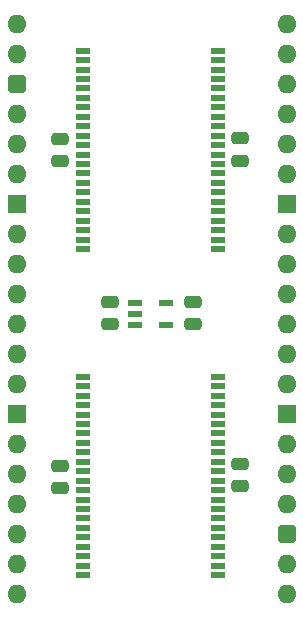
<source format=gts>
%TF.GenerationSoftware,KiCad,Pcbnew,8.0.7*%
%TF.CreationDate,2025-01-30T08:13:31+02:00*%
%TF.ProjectId,Memory 4MB,4d656d6f-7279-4203-944d-422e6b696361,V0*%
%TF.SameCoordinates,Original*%
%TF.FileFunction,Soldermask,Top*%
%TF.FilePolarity,Negative*%
%FSLAX46Y46*%
G04 Gerber Fmt 4.6, Leading zero omitted, Abs format (unit mm)*
G04 Created by KiCad (PCBNEW 8.0.7) date 2025-01-30 08:13:31*
%MOMM*%
%LPD*%
G01*
G04 APERTURE LIST*
G04 Aperture macros list*
%AMRoundRect*
0 Rectangle with rounded corners*
0 $1 Rounding radius*
0 $2 $3 $4 $5 $6 $7 $8 $9 X,Y pos of 4 corners*
0 Add a 4 corners polygon primitive as box body*
4,1,4,$2,$3,$4,$5,$6,$7,$8,$9,$2,$3,0*
0 Add four circle primitives for the rounded corners*
1,1,$1+$1,$2,$3*
1,1,$1+$1,$4,$5*
1,1,$1+$1,$6,$7*
1,1,$1+$1,$8,$9*
0 Add four rect primitives between the rounded corners*
20,1,$1+$1,$2,$3,$4,$5,0*
20,1,$1+$1,$4,$5,$6,$7,0*
20,1,$1+$1,$6,$7,$8,$9,0*
20,1,$1+$1,$8,$9,$2,$3,0*%
G04 Aperture macros list end*
%ADD10RoundRect,0.250000X-0.475000X0.250000X-0.475000X-0.250000X0.475000X-0.250000X0.475000X0.250000X0*%
%ADD11R,1.150000X0.600000*%
%ADD12O,1.600000X1.600000*%
%ADD13R,1.600000X1.600000*%
%ADD14RoundRect,0.400000X-0.400000X-0.400000X0.400000X-0.400000X0.400000X0.400000X-0.400000X0.400000X0*%
%ADD15RoundRect,0.250000X0.475000X-0.250000X0.475000X0.250000X-0.475000X0.250000X-0.475000X-0.250000X0*%
%ADD16R,1.295000X0.600000*%
G04 APERTURE END LIST*
D10*
%TO.C,C42*%
X14889000Y-25416000D03*
X14889000Y-23516000D03*
%TD*%
D11*
%TO.C,IC36*%
X12633000Y-23627000D03*
X12633000Y-25527000D03*
X10033000Y-25527000D03*
X10033000Y-24577000D03*
X10033000Y-23627000D03*
%TD*%
D10*
%TO.C,C41*%
X7904000Y-25416000D03*
X7904000Y-23516000D03*
%TD*%
D12*
%TO.C,J7*%
X22860000Y0D03*
X22860000Y-2540000D03*
X22860000Y-5080000D03*
X22860000Y-7620000D03*
X22860000Y-10160000D03*
X22860000Y-12700000D03*
D13*
X22860000Y-15240000D03*
D12*
X22860000Y-17780000D03*
X22860000Y-20320000D03*
X22860000Y-22860000D03*
X22860000Y-25400000D03*
X22860000Y-27940000D03*
X22860000Y-30480000D03*
D13*
X22860000Y-33020000D03*
D12*
X22860000Y-35560000D03*
X22860000Y-38100000D03*
X22860000Y-40640000D03*
D14*
X22860000Y-43180000D03*
D12*
X22860000Y-45720000D03*
X22860000Y-48260000D03*
X0Y-48260000D03*
X0Y-45720000D03*
X0Y-43180000D03*
X0Y-40640000D03*
X0Y-38100000D03*
X0Y-35560000D03*
D13*
X0Y-33020000D03*
D12*
X0Y-30480000D03*
X0Y-27940000D03*
X0Y-25400000D03*
X0Y-22860000D03*
X0Y-20320000D03*
X0Y-17780000D03*
D13*
X0Y-15240000D03*
D12*
X0Y-12700000D03*
X0Y-10160000D03*
X0Y-7620000D03*
D14*
X0Y-5080000D03*
D12*
X0Y-2540000D03*
X0Y0D03*
%TD*%
D15*
%TO.C,C13*%
X18923000Y-9702000D03*
X18923000Y-11602000D03*
%TD*%
D10*
%TO.C,C14*%
X3683000Y-39320000D03*
X3683000Y-37420000D03*
%TD*%
%TO.C,C12*%
X3683000Y-11634000D03*
X3683000Y-9734000D03*
%TD*%
D16*
%TO.C,IC1*%
X17031000Y-29878000D03*
X17031000Y-30678000D03*
X17031000Y-31478000D03*
X17031000Y-32278000D03*
X17031000Y-33078000D03*
X17031000Y-33878000D03*
X17031000Y-34678000D03*
X17031000Y-35478000D03*
X17031000Y-36278000D03*
X17031000Y-37078000D03*
X17031000Y-37878000D03*
X17031000Y-38678000D03*
X17031000Y-39478000D03*
X17031000Y-40278000D03*
X17031000Y-41078000D03*
X17031000Y-41878000D03*
X17031000Y-42678000D03*
X17031000Y-43478000D03*
X17031000Y-44278000D03*
X17031000Y-45078000D03*
X17031000Y-45878000D03*
X17031000Y-46678000D03*
X5575000Y-46678000D03*
X5575000Y-45878000D03*
X5575000Y-45078000D03*
X5575000Y-44278000D03*
X5575000Y-43478000D03*
X5575000Y-42678000D03*
X5575000Y-41878000D03*
X5575000Y-41078000D03*
X5575000Y-40278000D03*
X5575000Y-39478000D03*
X5575000Y-38678000D03*
X5575000Y-37878000D03*
X5575000Y-37078000D03*
X5575000Y-36278000D03*
X5575000Y-35478000D03*
X5575000Y-34678000D03*
X5575000Y-33878000D03*
X5575000Y-33078000D03*
X5575000Y-32278000D03*
X5575000Y-31478000D03*
X5575000Y-30678000D03*
X5575000Y-29878000D03*
%TD*%
D15*
%TO.C,C15*%
X18923000Y-37261000D03*
X18923000Y-39161000D03*
%TD*%
D16*
%TO.C,IC2*%
X17031000Y-2268000D03*
X17031000Y-3068000D03*
X17031000Y-3868000D03*
X17031000Y-4668000D03*
X17031000Y-5468000D03*
X17031000Y-6268000D03*
X17031000Y-7068000D03*
X17031000Y-7868000D03*
X17031000Y-8668000D03*
X17031000Y-9468000D03*
X17031000Y-10268000D03*
X17031000Y-11068000D03*
X17031000Y-11868000D03*
X17031000Y-12668000D03*
X17031000Y-13468000D03*
X17031000Y-14268000D03*
X17031000Y-15068000D03*
X17031000Y-15868000D03*
X17031000Y-16668000D03*
X17031000Y-17468000D03*
X17031000Y-18268000D03*
X17031000Y-19068000D03*
X5575000Y-19068000D03*
X5575000Y-18268000D03*
X5575000Y-17468000D03*
X5575000Y-16668000D03*
X5575000Y-15868000D03*
X5575000Y-15068000D03*
X5575000Y-14268000D03*
X5575000Y-13468000D03*
X5575000Y-12668000D03*
X5575000Y-11868000D03*
X5575000Y-11068000D03*
X5575000Y-10268000D03*
X5575000Y-9468000D03*
X5575000Y-8668000D03*
X5575000Y-7868000D03*
X5575000Y-7068000D03*
X5575000Y-6268000D03*
X5575000Y-5468000D03*
X5575000Y-4668000D03*
X5575000Y-3868000D03*
X5575000Y-3068000D03*
X5575000Y-2268000D03*
%TD*%
M02*

</source>
